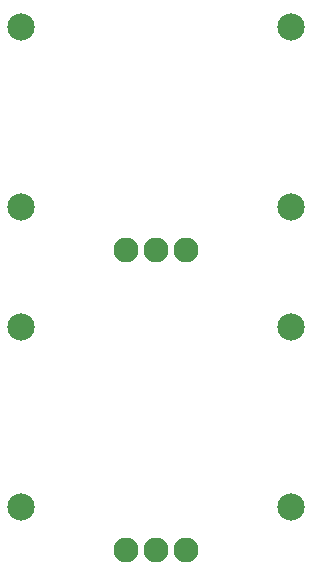
<source format=gts>
G04 Layer: TopSolderMaskLayer*
G04 EasyEDA v6.4.17, 2021-03-07T15:12:51--8:00*
G04 6c535f378de342b990020bc8b1c8526d,b5aacd518854429a9b9924e8a25dcfd8,10*
G04 Gerber Generator version 0.2*
G04 Scale: 100 percent, Rotated: No, Reflected: No *
G04 Dimensions in inches *
G04 leading zeros omitted , absolute positions ,3 integer and 6 decimal *
%FSLAX36Y36*%
%MOIN*%

%ADD30C,0.0828*%
%ADD31C,0.0907*%

%LPD*%
D30*
G01*
X1050005Y2255509D03*
G01*
X1150005Y2255509D03*
G01*
X950005Y2255509D03*
D31*
G01*
X600004Y2399999D03*
G01*
X1500005Y2399999D03*
G01*
X1500005Y2998419D03*
G01*
X600004Y2998419D03*
D30*
G01*
X1050005Y1255509D03*
G01*
X1150005Y1255509D03*
G01*
X950005Y1255509D03*
D31*
G01*
X600004Y1399999D03*
G01*
X1500005Y1399999D03*
G01*
X1500005Y1998419D03*
G01*
X600004Y1998419D03*
M02*

</source>
